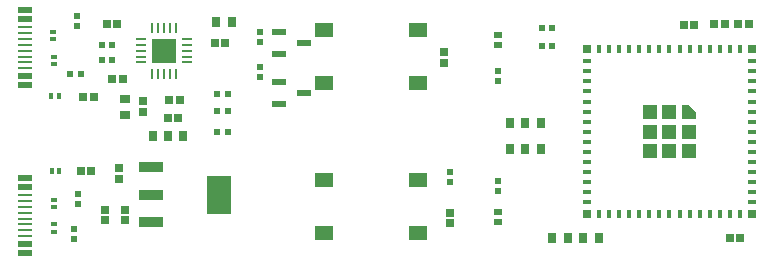
<source format=gtp>
G04*
G04 #@! TF.GenerationSoftware,Altium Limited,Altium Designer,24.5.2 (23)*
G04*
G04 Layer_Color=8421504*
%FSLAX25Y25*%
%MOIN*%
G70*
G04*
G04 #@! TF.SameCoordinates,6FD9FAEC-A83E-4B3B-B3E8-2A74EE2DE8EE*
G04*
G04*
G04 #@! TF.FilePolarity,Positive*
G04*
G01*
G75*
G04:AMPARAMS|DCode=15|XSize=23.23mil|YSize=24.02mil|CornerRadius=1.74mil|HoleSize=0mil|Usage=FLASHONLY|Rotation=270.000|XOffset=0mil|YOffset=0mil|HoleType=Round|Shape=RoundedRectangle|*
%AMROUNDEDRECTD15*
21,1,0.02323,0.02053,0,0,270.0*
21,1,0.01974,0.02402,0,0,270.0*
1,1,0.00348,-0.01027,-0.00987*
1,1,0.00348,-0.01027,0.00987*
1,1,0.00348,0.01027,0.00987*
1,1,0.00348,0.01027,-0.00987*
%
%ADD15ROUNDEDRECTD15*%
%ADD16R,0.08465X0.03740*%
%ADD17R,0.08465X0.12795*%
%ADD18R,0.08100X0.08100*%
%ADD19R,0.03600X0.01000*%
%ADD20R,0.01000X0.03600*%
%ADD21R,0.04724X0.04724*%
%ADD22R,0.03150X0.01575*%
%ADD23R,0.01575X0.03150*%
%ADD24R,0.03150X0.03150*%
%ADD25R,0.06100X0.05100*%
%ADD26R,0.02756X0.03543*%
%ADD27R,0.02362X0.02126*%
%ADD28R,0.02126X0.02362*%
%ADD29R,0.03543X0.02756*%
%ADD30R,0.04800X0.02200*%
%ADD31R,0.04528X0.01073*%
%ADD32R,0.04528X0.02223*%
%ADD33R,0.02400X0.01600*%
%ADD34R,0.01600X0.02400*%
G04:AMPARAMS|DCode=35|XSize=25.2mil|YSize=28.35mil|CornerRadius=3.15mil|HoleSize=0mil|Usage=FLASHONLY|Rotation=270.000|XOffset=0mil|YOffset=0mil|HoleType=Round|Shape=RoundedRectangle|*
%AMROUNDEDRECTD35*
21,1,0.02520,0.02205,0,0,270.0*
21,1,0.01890,0.02835,0,0,270.0*
1,1,0.00630,-0.01102,-0.00945*
1,1,0.00630,-0.01102,0.00945*
1,1,0.00630,0.01102,0.00945*
1,1,0.00630,0.01102,-0.00945*
%
%ADD35ROUNDEDRECTD35*%
G04:AMPARAMS|DCode=36|XSize=25.2mil|YSize=28.35mil|CornerRadius=3.15mil|HoleSize=0mil|Usage=FLASHONLY|Rotation=180.000|XOffset=0mil|YOffset=0mil|HoleType=Round|Shape=RoundedRectangle|*
%AMROUNDEDRECTD36*
21,1,0.02520,0.02205,0,0,180.0*
21,1,0.01890,0.02835,0,0,180.0*
1,1,0.00630,-0.00945,0.01102*
1,1,0.00630,0.00945,0.01102*
1,1,0.00630,0.00945,-0.01102*
1,1,0.00630,-0.00945,-0.01102*
%
%ADD36ROUNDEDRECTD36*%
G36*
X243638Y54134D02*
Y58858D01*
X246000D01*
X248362Y56496D01*
Y54134D01*
X243638D01*
D02*
G37*
D15*
X182500Y79000D02*
D03*
Y82268D02*
D03*
Y23134D02*
D03*
Y19866D02*
D03*
D16*
X66583Y38055D02*
D03*
Y29000D02*
D03*
Y19945D02*
D03*
D17*
X89417Y29000D02*
D03*
D18*
X71000Y77000D02*
D03*
D19*
X78650Y80937D02*
D03*
Y78969D02*
D03*
Y77000D02*
D03*
Y75032D02*
D03*
Y73063D02*
D03*
X63350D02*
D03*
Y75032D02*
D03*
Y77000D02*
D03*
Y78969D02*
D03*
Y80937D02*
D03*
D20*
X74937Y69350D02*
D03*
X72969D02*
D03*
X71000D02*
D03*
X69032D02*
D03*
X67063D02*
D03*
Y84650D02*
D03*
X69032D02*
D03*
X71000D02*
D03*
X72969D02*
D03*
X74937D02*
D03*
D21*
X239504Y56496D02*
D03*
X233008D02*
D03*
Y50000D02*
D03*
Y43504D02*
D03*
X239504D02*
D03*
X246000D02*
D03*
Y50000D02*
D03*
X239504D02*
D03*
D22*
X267063Y73425D02*
D03*
Y70079D02*
D03*
Y66732D02*
D03*
Y63386D02*
D03*
Y60039D02*
D03*
Y56693D02*
D03*
Y53347D02*
D03*
Y50000D02*
D03*
Y46654D02*
D03*
Y43307D02*
D03*
Y39961D02*
D03*
Y36614D02*
D03*
Y33268D02*
D03*
Y29921D02*
D03*
Y26575D02*
D03*
X211945D02*
D03*
Y29921D02*
D03*
Y33268D02*
D03*
Y36614D02*
D03*
Y39961D02*
D03*
Y43307D02*
D03*
Y46654D02*
D03*
Y50000D02*
D03*
Y53347D02*
D03*
Y56693D02*
D03*
Y60039D02*
D03*
Y63386D02*
D03*
Y66732D02*
D03*
Y70079D02*
D03*
Y73425D02*
D03*
D23*
X262929Y22441D02*
D03*
X259583D02*
D03*
X256236D02*
D03*
X252890D02*
D03*
X249543D02*
D03*
X246197D02*
D03*
X242850D02*
D03*
X239504D02*
D03*
X236157D02*
D03*
X232811D02*
D03*
X229465D02*
D03*
X226118D02*
D03*
X222772D02*
D03*
X219425D02*
D03*
X216079D02*
D03*
Y77559D02*
D03*
X219425D02*
D03*
X222772D02*
D03*
X226118D02*
D03*
X229465D02*
D03*
X232811D02*
D03*
X236157D02*
D03*
X239504D02*
D03*
X242850D02*
D03*
X246197D02*
D03*
X249543D02*
D03*
X252890D02*
D03*
X256236D02*
D03*
X259583D02*
D03*
X262929D02*
D03*
D24*
X211945Y22441D02*
D03*
X267063D02*
D03*
X211945Y77559D02*
D03*
X267063D02*
D03*
D25*
X124350Y83858D02*
D03*
X155650D02*
D03*
X124350Y66142D02*
D03*
X155650D02*
D03*
X124350Y33858D02*
D03*
X155650D02*
D03*
X124350Y16142D02*
D03*
X155650D02*
D03*
D26*
X191500Y44100D02*
D03*
X196618D02*
D03*
X191482Y53000D02*
D03*
X196600D02*
D03*
X191500Y44100D02*
D03*
X186382D02*
D03*
X191482Y53000D02*
D03*
X186364D02*
D03*
X210841Y14500D02*
D03*
X215959D02*
D03*
X200441D02*
D03*
X205559D02*
D03*
X77436Y48600D02*
D03*
X72318D02*
D03*
X67200D02*
D03*
X72318D02*
D03*
X93559Y86500D02*
D03*
X88441D02*
D03*
D27*
X166500Y33099D02*
D03*
Y36501D02*
D03*
X103000Y68049D02*
D03*
Y71451D02*
D03*
Y83201D02*
D03*
Y79799D02*
D03*
X42500Y25799D02*
D03*
Y29201D02*
D03*
X41000Y17701D02*
D03*
Y14299D02*
D03*
X42000Y85098D02*
D03*
Y88500D02*
D03*
X182500Y70193D02*
D03*
Y66807D02*
D03*
Y30057D02*
D03*
Y33443D02*
D03*
D28*
X200451Y78500D02*
D03*
X197049D02*
D03*
X200451Y84500D02*
D03*
X197049D02*
D03*
X43201Y69300D02*
D03*
X39799D02*
D03*
X53701Y73800D02*
D03*
X50299D02*
D03*
X53701Y78800D02*
D03*
X50299D02*
D03*
X88799Y50000D02*
D03*
X92201D02*
D03*
Y57000D02*
D03*
X88799D02*
D03*
X88807Y62500D02*
D03*
X92193D02*
D03*
D29*
X58000Y60809D02*
D03*
Y55691D02*
D03*
D30*
X109480Y66690D02*
D03*
Y59210D02*
D03*
X117520Y62950D02*
D03*
X109480Y83190D02*
D03*
Y75710D02*
D03*
X117520Y79450D02*
D03*
D31*
X24764Y28898D02*
D03*
Y15118D02*
D03*
Y17087D02*
D03*
Y26929D02*
D03*
Y24961D02*
D03*
Y19055D02*
D03*
Y21024D02*
D03*
Y22992D02*
D03*
Y84882D02*
D03*
Y71102D02*
D03*
Y73071D02*
D03*
Y82913D02*
D03*
Y80945D02*
D03*
Y75039D02*
D03*
Y77008D02*
D03*
Y78976D02*
D03*
D32*
Y34606D02*
D03*
Y31457D02*
D03*
Y12559D02*
D03*
Y9409D02*
D03*
Y90591D02*
D03*
Y87441D02*
D03*
Y68543D02*
D03*
Y65394D02*
D03*
D33*
X34500Y19100D02*
D03*
Y16600D02*
D03*
Y24750D02*
D03*
Y27250D02*
D03*
Y75000D02*
D03*
Y72500D02*
D03*
X34000Y80750D02*
D03*
Y83250D02*
D03*
D34*
X36150Y37000D02*
D03*
X33650D02*
D03*
X35850Y62000D02*
D03*
X33350D02*
D03*
D35*
X164500Y76382D02*
D03*
Y72918D02*
D03*
X166500Y19418D02*
D03*
Y22882D02*
D03*
X56000Y34268D02*
D03*
Y37732D02*
D03*
X51500Y23882D02*
D03*
Y20418D02*
D03*
X58000Y23882D02*
D03*
Y20418D02*
D03*
X64000Y56618D02*
D03*
Y60082D02*
D03*
D36*
X257932Y85800D02*
D03*
X254468D02*
D03*
X265932D02*
D03*
X262468D02*
D03*
X46732Y37000D02*
D03*
X43268D02*
D03*
X51918Y86000D02*
D03*
X55382D02*
D03*
X91332Y79400D02*
D03*
X87868D02*
D03*
X57232Y67500D02*
D03*
X53768D02*
D03*
X75732Y54500D02*
D03*
X72268D02*
D03*
X76232Y60500D02*
D03*
X72768D02*
D03*
X259535Y14500D02*
D03*
X263000D02*
D03*
X244268Y85500D02*
D03*
X247732D02*
D03*
X47632Y61700D02*
D03*
X44168D02*
D03*
M02*

</source>
